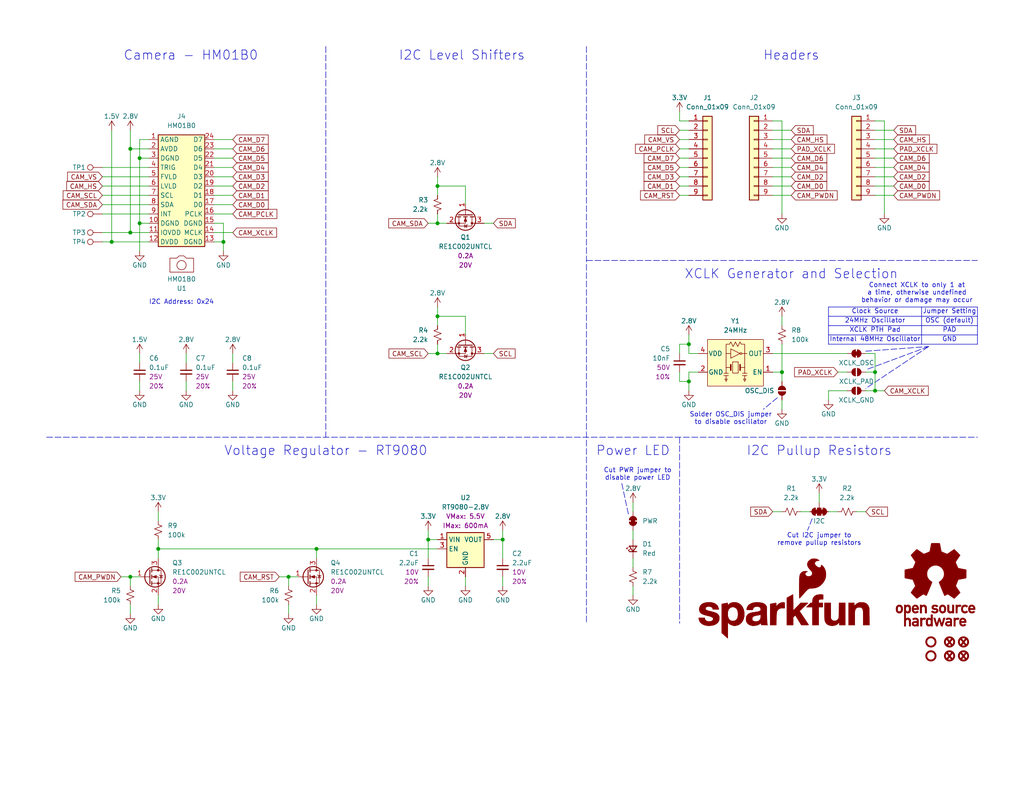
<source format=kicad_sch>
(kicad_sch (version 20231120) (generator "eeschema") (generator_version "8.0")
  (paper "USLetter")
  (title_block (title "SparkFun Camera Board - HM01B0") (date "2025-05-07") (rev "v10") (company "SparkFun Electronics") (comment 1 "Designed by: Dryw Wade"))
  (junction (at 86.36 149.86))
  (junction (at 213.36 101.6))
  (junction (at 35.56 157.48))
  (junction (at 119.38 86.36))
  (junction (at 38.1 60.96))
  (junction (at 43.18 149.86))
  (junction (at 238.76 101.6))
  (junction (at 119.38 50.8))
  (junction (at 187.96 93.98))
  (junction (at 78.74 157.48))
  (junction (at 187.96 104.14))
  (junction (at 38.1 43.18))
  (junction (at 30.48 66.04))
  (junction (at 119.38 96.52))
  (junction (at 119.38 60.96))
  (junction (at 238.76 106.68))
  (junction (at 35.56 40.64))
  (junction (at 60.96 66.04))
  (junction (at 116.84 147.32))
  (junction (at 137.16 147.32))
  (junction (at 35.56 63.5))
  (wire (pts (xy 238.76 53.34) (xy 243.84 53.34)))
  (wire (pts (xy 236.22 139.7) (xy 233.68 139.7)))
  (wire (pts (xy 50.8 106.68) (xy 50.8 104.14)))
  (wire (pts (xy 185.42 104.14) (xy 187.96 104.14)))
  (polyline (pts (xy 221.615 141.605) (xy 220.345 144.78)) (stroke (width 0) (type dash)))
  (wire (pts (xy 43.18 142.24) (xy 43.18 139.7)))
  (wire (pts (xy 127 50.8) (xy 119.38 50.8)))
  (wire (pts (xy 210.82 40.64) (xy 215.9 40.64)))
  (wire (pts (xy 238.76 35.56) (xy 243.84 35.56)))
  (wire (pts (xy 27.94 55.88) (xy 40.64 55.88)))
  (polyline (pts (xy 160.02 71.12) (xy 266.7 71.12)) (stroke (width 0) (type dash)))
  (wire (pts (xy 238.76 40.64) (xy 243.84 40.64)))
  (wire (pts (xy 35.56 63.5) (xy 35.56 40.64)))
  (wire (pts (xy 185.42 48.26) (xy 187.96 48.26)))
  (wire (pts (xy 241.3 33.02) (xy 241.3 58.42)))
  (wire (pts (xy 40.64 45.72) (xy 27.94 45.72)))
  (wire (pts (xy 238.76 101.6) (xy 236.22 101.6)))
  (wire (pts (xy 185.42 53.34) (xy 187.96 53.34)))
  (wire (pts (xy 210.82 53.34) (xy 215.9 53.34)))
  (wire (pts (xy 63.5 50.8) (xy 58.42 50.8)))
  (wire (pts (xy 210.82 96.52) (xy 231.14 96.52)))
  (wire (pts (xy 185.42 38.1) (xy 187.96 38.1)))
  (wire (pts (xy 213.36 86.36) (xy 213.36 88.9)))
  (wire (pts (xy 119.38 93.98) (xy 119.38 96.52)))
  (wire (pts (xy 185.42 93.98) (xy 187.96 93.98)))
  (wire (pts (xy 86.36 165.1) (xy 86.36 162.56)))
  (wire (pts (xy 27.94 48.26) (xy 40.64 48.26)))
  (wire (pts (xy 58.42 66.04) (xy 60.96 66.04)))
  (wire (pts (xy 40.64 38.1) (xy 38.1 38.1)))
  (polyline (pts (xy 171.45 140.335) (xy 169.545 131.445)) (stroke (width 0) (type dash)))
  (wire (pts (xy 119.38 83.82) (xy 119.38 86.36)))
  (wire (pts (xy 210.82 139.7) (xy 213.36 139.7)))
  (wire (pts (xy 38.1 60.96) (xy 40.64 60.96)))
  (wire (pts (xy 172.72 152.4) (xy 172.72 154.94)))
  (wire (pts (xy 172.72 160.02) (xy 172.72 162.56)))
  (wire (pts (xy 137.16 144.78) (xy 137.16 147.32)))
  (wire (pts (xy 40.64 63.5) (xy 35.56 63.5)))
  (wire (pts (xy 63.5 55.88) (xy 58.42 55.88)))
  (wire (pts (xy 35.56 157.48) (xy 35.56 160.02)))
  (wire (pts (xy 119.38 96.52) (xy 121.92 96.52)))
  (wire (pts (xy 116.84 147.32) (xy 116.84 144.78)))
  (wire (pts (xy 185.42 33.02) (xy 185.42 30.48)))
  (wire (pts (xy 50.8 96.52) (xy 50.8 99.06)))
  (wire (pts (xy 134.62 96.52) (xy 132.08 96.52)))
  (wire (pts (xy 40.64 58.42) (xy 27.94 58.42)))
  (wire (pts (xy 210.82 101.6) (xy 213.36 101.6)))
  (wire (pts (xy 231.14 101.6) (xy 228.6 101.6)))
  (polyline (pts (xy 226.06 83.82) (xy 266.7 83.82)))
  (wire (pts (xy 223.52 134.62) (xy 223.52 137.16)))
  (wire (pts (xy 63.5 53.34) (xy 58.42 53.34)))
  (wire (pts (xy 210.82 45.72) (xy 215.9 45.72)))
  (polyline (pts (xy 160.02 12.7) (xy 160.02 170.18)) (stroke (width 0) (type dash)))
  (polyline (pts (xy 253.365 94.615) (xy 236.22 106.045)) (stroke (width 0) (type dash)))
  (wire (pts (xy 63.5 40.64) (xy 58.42 40.64)))
  (wire (pts (xy 35.56 167.64) (xy 35.56 165.1)))
  (wire (pts (xy 38.1 96.52) (xy 38.1 99.06)))
  (wire (pts (xy 190.5 101.6) (xy 187.96 101.6)))
  (wire (pts (xy 116.84 147.32) (xy 116.84 152.4)))
  (wire (pts (xy 238.76 43.18) (xy 243.84 43.18)))
  (wire (pts (xy 27.94 50.8) (xy 40.64 50.8)))
  (wire (pts (xy 78.74 167.64) (xy 78.74 165.1)))
  (wire (pts (xy 38.1 60.96) (xy 38.1 68.58)))
  (wire (pts (xy 210.82 48.26) (xy 215.9 48.26)))
  (wire (pts (xy 43.18 152.4) (xy 43.18 149.86)))
  (wire (pts (xy 27.94 63.5) (xy 35.56 63.5)))
  (wire (pts (xy 134.62 147.32) (xy 137.16 147.32)))
  (wire (pts (xy 35.56 40.64) (xy 35.56 35.56)))
  (wire (pts (xy 238.76 50.8) (xy 243.84 50.8)))
  (wire (pts (xy 238.76 45.72) (xy 243.84 45.72)))
  (wire (pts (xy 78.74 157.48) (xy 78.74 160.02)))
  (wire (pts (xy 187.96 96.52) (xy 187.96 93.98)))
  (polyline (pts (xy 226.06 93.98) (xy 266.7 93.98)))
  (polyline (pts (xy 185.42 119.38) (xy 185.42 170.18)) (stroke (width 0) (type dash)))
  (wire (pts (xy 116.84 157.48) (xy 116.84 160.02)))
  (wire (pts (xy 137.16 147.32) (xy 137.16 152.4)))
  (wire (pts (xy 218.44 139.7) (xy 220.98 139.7)))
  (wire (pts (xy 43.18 165.1) (xy 43.18 162.56)))
  (wire (pts (xy 213.36 93.98) (xy 213.36 101.6)))
  (wire (pts (xy 127 86.36) (xy 119.38 86.36)))
  (wire (pts (xy 210.82 50.8) (xy 215.9 50.8)))
  (wire (pts (xy 63.5 106.68) (xy 63.5 104.14)))
  (polyline (pts (xy 226.06 86.36) (xy 266.7 86.36)))
  (wire (pts (xy 127 55.88) (xy 127 50.8)))
  (wire (pts (xy 185.42 101.6) (xy 185.42 104.14)))
  (wire (pts (xy 172.72 137.16) (xy 172.72 139.7)))
  (wire (pts (xy 190.5 96.52) (xy 187.96 96.52)))
  (wire (pts (xy 210.82 43.18) (xy 215.9 43.18)))
  (wire (pts (xy 185.42 45.72) (xy 187.96 45.72)))
  (wire (pts (xy 187.96 104.14) (xy 187.96 106.68)))
  (wire (pts (xy 238.76 96.52) (xy 238.76 101.6)))
  (wire (pts (xy 119.38 50.8) (xy 119.38 53.34)))
  (wire (pts (xy 63.5 96.52) (xy 63.5 99.06)))
  (wire (pts (xy 33.02 157.48) (xy 35.56 157.48)))
  (wire (pts (xy 58.42 60.96) (xy 60.96 60.96)))
  (wire (pts (xy 58.42 58.42) (xy 63.5 58.42)))
  (wire (pts (xy 210.82 33.02) (xy 213.36 33.02)))
  (wire (pts (xy 185.42 40.64) (xy 187.96 40.64)))
  (wire (pts (xy 119.38 48.26) (xy 119.38 50.8)))
  (wire (pts (xy 38.1 43.18) (xy 40.64 43.18)))
  (wire (pts (xy 60.96 66.04) (xy 60.96 68.58)))
  (wire (pts (xy 43.18 147.32) (xy 43.18 149.86)))
  (wire (pts (xy 238.76 38.1) (xy 243.84 38.1)))
  (wire (pts (xy 185.42 35.56) (xy 187.96 35.56)))
  (wire (pts (xy 38.1 43.18) (xy 38.1 60.96)))
  (polyline (pts (xy 226.06 91.44) (xy 266.7 91.44)))
  (wire (pts (xy 226.06 139.7) (xy 228.6 139.7)))
  (wire (pts (xy 231.14 106.68) (xy 226.06 106.68)))
  (wire (pts (xy 78.74 157.48) (xy 81.28 157.48)))
  (wire (pts (xy 187.96 101.6) (xy 187.96 104.14)))
  (polyline (pts (xy 266.7 93.98) (xy 266.7 83.82)))
  (wire (pts (xy 119.38 60.96) (xy 121.92 60.96)))
  (wire (pts (xy 187.96 93.98) (xy 187.96 91.44)))
  (wire (pts (xy 27.94 66.04) (xy 30.48 66.04)))
  (wire (pts (xy 116.84 60.96) (xy 119.38 60.96)))
  (wire (pts (xy 63.5 63.5) (xy 58.42 63.5)))
  (polyline (pts (xy 88.9 12.7) (xy 88.9 119.38)) (stroke (width 0) (type dash)))
  (wire (pts (xy 30.48 66.04) (xy 30.48 35.56)))
  (wire (pts (xy 238.76 48.26) (xy 243.84 48.26)))
  (wire (pts (xy 238.76 106.68) (xy 238.76 101.6)))
  (wire (pts (xy 236.22 106.68) (xy 238.76 106.68)))
  (wire (pts (xy 185.42 50.8) (xy 187.96 50.8)))
  (wire (pts (xy 119.38 86.36) (xy 119.38 88.9)))
  (wire (pts (xy 127 157.48) (xy 127 160.02)))
  (wire (pts (xy 213.36 101.6) (xy 213.36 104.14)))
  (wire (pts (xy 63.5 38.1) (xy 58.42 38.1)))
  (wire (pts (xy 86.36 149.86) (xy 119.38 149.86)))
  (wire (pts (xy 63.5 48.26) (xy 58.42 48.26)))
  (wire (pts (xy 210.82 38.1) (xy 215.9 38.1)))
  (wire (pts (xy 38.1 106.68) (xy 38.1 104.14)))
  (wire (pts (xy 241.3 106.68) (xy 238.76 106.68)))
  (wire (pts (xy 238.76 33.02) (xy 241.3 33.02)))
  (wire (pts (xy 35.56 157.48) (xy 38.1 157.48)))
  (wire (pts (xy 30.48 66.04) (xy 40.64 66.04)))
  (wire (pts (xy 238.76 96.52) (xy 236.22 96.52)))
  (polyline (pts (xy 236.22 95.885) (xy 253.365 94.615)) (stroke (width 0) (type dash)))
  (wire (pts (xy 137.16 157.48) (xy 137.16 160.02)))
  (wire (pts (xy 213.36 33.02) (xy 213.36 58.42)))
  (wire (pts (xy 76.2 157.48) (xy 78.74 157.48)))
  (wire (pts (xy 43.18 149.86) (xy 86.36 149.86)))
  (polyline (pts (xy 251.46 93.98) (xy 251.46 83.82)))
  (polyline (pts (xy 226.06 83.82) (xy 226.06 93.98)))
  (wire (pts (xy 213.36 109.22) (xy 213.36 111.76)))
  (wire (pts (xy 226.06 106.68) (xy 226.06 109.22)))
  (wire (pts (xy 35.56 40.64) (xy 40.64 40.64)))
  (wire (pts (xy 127 91.44) (xy 127 86.36)))
  (wire (pts (xy 187.96 33.02) (xy 185.42 33.02)))
  (wire (pts (xy 86.36 152.4) (xy 86.36 149.86)))
  (wire (pts (xy 134.62 60.96) (xy 132.08 60.96)))
  (wire (pts (xy 119.38 147.32) (xy 116.84 147.32)))
  (wire (pts (xy 185.42 43.18) (xy 187.96 43.18)))
  (wire (pts (xy 172.72 144.78) (xy 172.72 147.32)))
  (polyline (pts (xy 212.09 108.585) (xy 208.28 111.76)) (stroke (width 0) (type dash)))
  (wire (pts (xy 119.38 58.42) (xy 119.38 60.96)))
  (wire (pts (xy 63.5 43.18) (xy 58.42 43.18)))
  (wire (pts (xy 63.5 45.72) (xy 58.42 45.72)))
  (wire (pts (xy 185.42 96.52) (xy 185.42 93.98)))
  (wire (pts (xy 38.1 38.1) (xy 38.1 43.18)))
  (polyline (pts (xy 253.365 94.615) (xy 236.22 100.965)) (stroke (width 0) (type dash)))
  (polyline (pts (xy 226.06 88.9) (xy 266.7 88.9)))
  (wire (pts (xy 210.82 35.56) (xy 215.9 35.56)))
  (wire (pts (xy 60.96 60.96) (xy 60.96 66.04)))
  (wire (pts (xy 116.84 96.52) (xy 119.38 96.52)))
  (wire (pts (xy 27.94 53.34) (xy 40.64 53.34)))
  (polyline (pts (xy 12.7 119.38) (xy 266.7 119.38)) (stroke (width 0) (type dash)))
  (text "Connect XCLK to only 1 at\na time, otherwise undefined\nbehavior or damage may occur" (at 250.19 80.01 0) (effects (font (size 1.27 1.27))))
  (text "I2C Address: 0x24" (at 49.53 82.55 0) (effects (font (size 1.27 1.27))))
  (text "24MHz Oscillator" (at 238.76 87.63 0) (effects (font (size 1.27 1.27))))
  (text "Solder OSC_DIS jumper\nto disable oscillator" (at 199.39 114.3 0) (effects (font (size 1.27 1.27))))
  (text "Jumper Setting" (at 259.08 85.09 0) (effects (font (size 1.27 1.27))))
  (text "Cut I2C jumper to\nremove pullup resistors" (at 223.52 147.32 0) (effects (font (size 1.27 1.27))))
  (text "Camera - HM01B0" (at 52.07 15.24 0) (effects (font (size 2.54 2.54))))
  (text "Clock Source" (at 238.76 85.09 0) (effects (font (size 1.27 1.27))))
  (text "Headers" (at 215.9 15.24 0) (effects (font (size 2.54 2.54))))
  (text "I2C Pullup Resistors" (at 223.52 123.19 0) (effects (font (size 2.54 2.54))))
  (text "OSC (default)" (at 259.08 87.63 0) (effects (font (size 1.27 1.27))))
  (text "Voltage Regulator - RT9080" (at 88.9 123.19 0) (effects (font (size 2.54 2.54))))
  (text "GND" (at 259.08 92.71 0) (effects (font (size 1.27 1.27))))
  (text "Cut PWR jumper to\ndisable power LED" (at 173.99 129.54 0) (effects (font (size 1.27 1.27))))
  (text "Power LED" (at 172.72 123.19 0) (effects (font (size 2.54 2.54))))
  (text "XCLK Generator and Selection" (at 215.9 74.93 0) (effects (font (size 2.54 2.54))))
  (text "I2C Level Shifters " (at 127 15.24 0) (effects (font (size 2.54 2.54))))
  (text "XCLK PTH Pad" (at 238.76 90.17 0) (effects (font (size 1.27 1.27))))
  (text "Internal 48MHz Oscillator" (at 238.76 92.71 0) (effects (font (size 1.27 1.27))))
  (text "PAD" (at 259.08 90.17 0) (effects (font (size 1.27 1.27))))
  (global_label "CAM_VS" (shape input) (at 27.94 48.26 180) (property "Intersheetrefs" "${INTERSHEET_REFS}" (effects (hide yes))))
  (global_label "CAM_PCLK" (shape input) (at 185.42 40.64 180) (property "Intersheetrefs" "${INTERSHEET_REFS}" (effects (hide yes))))
  (global_label "SDA" (shape input) (at 215.9 35.56 0) (property "Intersheetrefs" "${INTERSHEET_REFS}" (effects (hide yes))))
  (global_label "CAM_D2" (shape input) (at 215.9 48.26 0) (property "Intersheetrefs" "${INTERSHEET_REFS}" (effects (hide yes))))
  (global_label "CAM_XCLK" (shape input) (at 63.5 63.5 0) (property "Intersheetrefs" "${INTERSHEET_REFS}" (effects (hide yes))))
  (global_label "CAM_D2" (shape input) (at 63.5 50.8 0) (property "Intersheetrefs" "${INTERSHEET_REFS}" (effects (hide yes))))
  (global_label "CAM_HS" (shape input) (at 243.84 38.1 0) (property "Intersheetrefs" "${INTERSHEET_REFS}" (effects (hide yes))))
  (global_label "CAM_D4" (shape input) (at 63.5 45.72 0) (property "Intersheetrefs" "${INTERSHEET_REFS}" (effects (hide yes))))
  (global_label "CAM_D5" (shape input) (at 185.42 45.72 180) (property "Intersheetrefs" "${INTERSHEET_REFS}" (effects (hide yes))))
  (global_label "CAM_D1" (shape input) (at 63.5 53.34 0) (property "Intersheetrefs" "${INTERSHEET_REFS}" (effects (hide yes))))
  (global_label "SCL" (shape input) (at 134.62 96.52 0) (property "Intersheetrefs" "${INTERSHEET_REFS}" (effects (hide yes))))
  (global_label "PAD_XCLK" (shape input) (at 243.84 40.64 0) (property "Intersheetrefs" "${INTERSHEET_REFS}" (effects (hide yes))))
  (global_label "CAM_D0" (shape input) (at 215.9 50.8 0) (property "Intersheetrefs" "${INTERSHEET_REFS}" (effects (hide yes))))
  (global_label "CAM_PWDN" (shape input) (at 243.84 53.34 0) (property "Intersheetrefs" "${INTERSHEET_REFS}" (effects (hide yes))))
  (global_label "CAM_D6" (shape input) (at 243.84 43.18 0) (property "Intersheetrefs" "${INTERSHEET_REFS}" (effects (hide yes))))
  (global_label "CAM_D3" (shape input) (at 63.5 48.26 0) (property "Intersheetrefs" "${INTERSHEET_REFS}" (effects (hide yes))))
  (global_label "CAM_D7" (shape input) (at 63.5 38.1 0) (property "Intersheetrefs" "${INTERSHEET_REFS}" (effects (hide yes))))
  (global_label "CAM_D6" (shape input) (at 215.9 43.18 0) (property "Intersheetrefs" "${INTERSHEET_REFS}" (effects (hide yes))))
  (global_label "PAD_XCLK" (shape input) (at 215.9 40.64 0) (property "Intersheetrefs" "${INTERSHEET_REFS}" (effects (hide yes))))
  (global_label "CAM_SDA" (shape input) (at 27.94 55.88 180) (property "Intersheetrefs" "${INTERSHEET_REFS}" (effects (hide yes))))
  (global_label "CAM_HS" (shape input) (at 27.94 50.8 180) (property "Intersheetrefs" "${INTERSHEET_REFS}" (effects (hide yes))))
  (global_label "CAM_D4" (shape input) (at 215.9 45.72 0) (property "Intersheetrefs" "${INTERSHEET_REFS}" (effects (hide yes))))
  (global_label "CAM_PWDN" (shape input) (at 33.02 157.48 180) (property "Intersheetrefs" "${INTERSHEET_REFS}" (effects (hide yes))))
  (global_label "SDA" (shape input) (at 134.62 60.96 0) (property "Intersheetrefs" "${INTERSHEET_REFS}" (effects (hide yes))))
  (global_label "CAM_RST" (shape input) (at 76.2 157.48 180) (property "Intersheetrefs" "${INTERSHEET_REFS}" (effects (hide yes))))
  (global_label "CAM_D4" (shape input) (at 243.84 45.72 0) (property "Intersheetrefs" "${INTERSHEET_REFS}" (effects (hide yes))))
  (global_label "CAM_D5" (shape input) (at 63.5 43.18 0) (property "Intersheetrefs" "${INTERSHEET_REFS}" (effects (hide yes))))
  (global_label "CAM_D0" (shape input) (at 63.5 55.88 0) (property "Intersheetrefs" "${INTERSHEET_REFS}" (effects (hide yes))))
  (global_label "CAM_VS" (shape input) (at 185.42 38.1 180) (property "Intersheetrefs" "${INTERSHEET_REFS}" (effects (hide yes))))
  (global_label "CAM_D6" (shape input) (at 63.5 40.64 0) (property "Intersheetrefs" "${INTERSHEET_REFS}" (effects (hide yes))))
  (global_label "CAM_D3" (shape input) (at 185.42 48.26 180) (property "Intersheetrefs" "${INTERSHEET_REFS}" (effects (hide yes))))
  (global_label "SDA" (shape input) (at 243.84 35.56 0) (property "Intersheetrefs" "${INTERSHEET_REFS}" (effects (hide yes))))
  (global_label "CAM_PCLK" (shape input) (at 63.5 58.42 0) (property "Intersheetrefs" "${INTERSHEET_REFS}" (effects (hide yes))))
  (global_label "SCL" (shape input) (at 236.22 139.7 0) (property "Intersheetrefs" "${INTERSHEET_REFS}" (effects (hide yes))))
  (global_label "CAM_SCL" (shape input) (at 116.84 96.52 180) (property "Intersheetrefs" "${INTERSHEET_REFS}" (effects (hide yes))))
  (global_label "SCL" (shape input) (at 185.42 35.56 180) (property "Intersheetrefs" "${INTERSHEET_REFS}" (effects (hide yes))))
  (global_label "CAM_D1" (shape input) (at 185.42 50.8 180) (property "Intersheetrefs" "${INTERSHEET_REFS}" (effects (hide yes))))
  (global_label "CAM_PWDN" (shape input) (at 215.9 53.34 0) (property "Intersheetrefs" "${INTERSHEET_REFS}" (effects (hide yes))))
  (global_label "SDA" (shape input) (at 210.82 139.7 180) (property "Intersheetrefs" "${INTERSHEET_REFS}" (effects (hide yes))))
  (global_label "CAM_XCLK" (shape input) (at 241.3 106.68 0) (property "Intersheetrefs" "${INTERSHEET_REFS}" (effects (hide yes))))
  (global_label "CAM_D0" (shape input) (at 243.84 50.8 0) (property "Intersheetrefs" "${INTERSHEET_REFS}" (effects (hide yes))))
  (global_label "CAM_D2" (shape input) (at 243.84 48.26 0) (property "Intersheetrefs" "${INTERSHEET_REFS}" (effects (hide yes))))
  (global_label "CAM_SCL" (shape input) (at 27.94 53.34 180) (property "Intersheetrefs" "${INTERSHEET_REFS}" (effects (hide yes))))
  (global_label "PAD_XCLK" (shape input) (at 228.6 101.6 180) (property "Intersheetrefs" "${INTERSHEET_REFS}" (effects (hide yes))))
  (global_label "CAM_D7" (shape input) (at 185.42 43.18 180) (property "Intersheetrefs" "${INTERSHEET_REFS}" (effects (hide yes))))
  (global_label "CAM_SDA" (shape input) (at 116.84 60.96 180) (property "Intersheetrefs" "${INTERSHEET_REFS}" (effects (hide yes))))
  (global_label "CAM_RST" (shape input) (at 185.42 53.34 180) (property "Intersheetrefs" "${INTERSHEET_REFS}" (effects (hide yes))))
  (global_label "CAM_HS" (shape input) (at 215.9 38.1 0) (property "Intersheetrefs" "${INTERSHEET_REFS}" (effects (hide yes))))
  (symbol (lib_id "SparkFun-PowerSymbol:GND") (at 172.72 162.56 0) (unit 1)
    (property "Reference" "#PWR036" (effects (hide yes)))
    (property "Value" "GND" (at 172.72 166.37 0))
    (property "Description" "Power symbol creates a global label with name \"GND\" , ground" (effects (hide yes)))
  )
  (symbol (lib_id "SparkFun-PowerSymbol:3.3V") (at 43.18 139.7 0) (unit 1)
    (property "Reference" "#PWR038" (effects (hide yes)))
    (property "Value" "3.3V" (at 43.18 135.89 0))
    (property "Description" "Power symbol creates a global label with name \"3.3V\"" (effects (hide yes)))
  )
  (symbol (lib_id "SparkFun-PowerSymbol:GND") (at 86.36 165.1 0) (unit 1)
    (property "Reference" "#PWR020" (effects (hide yes)))
    (property "Value" "GND" (at 86.36 168.91 0))
    (property "Description" "Power symbol creates a global label with name \"GND\" , ground" (effects (hide yes)))
  )
  (symbol (lib_id "SparkFun-Capacitor:0.1uF_0603_25V_20%") (at 63.5 101.6 0) (unit 1)
    (property "Reference" "C8" (at 66.04 97.7962 0) (effects (justify left)))
    (property "Value" "0.1uF" (at 66.04 100.3362 0) (effects (justify left)))
    (property "Footprint" "SparkFun-Capacitor:C_0603_1608Metric" (effects (hide yes)))
    (property "Datasheet" "https://cdn.sparkfun.com/assets/8/a/4/a/5/Kemet_Capacitor_Datasheet.pdf" (effects (hide yes)))
    (property "Description" "Unpolarized capacitor" (effects (hide yes)))
    (property "PROD_ID" "CAP-00810" (effects (hide yes)))
    (property "Voltage" "25V" (at 66.04 102.8762 0) (effects (justify left)))
    (property "Tolerance" "20%" (at 66.04 105.4162 0) (effects (justify left)))
  )
  (symbol (lib_id "SparkFun-PowerSymbol:2.8V") (at 50.8 96.52 0) (unit 1)
    (property "Reference" "#PWR033" (effects (hide yes)))
    (property "Value" "2.8V" (at 50.8 92.71 0))
    (property "Description" "Power symbol creates a global label with name \"2.8V\"" (effects (hide yes)))
  )
  (symbol (lib_id "SparkFun-PowerSymbol:GND") (at 213.36 111.76 0) (unit 1)
    (property "Reference" "#PWR027" (effects (hide yes)))
    (property "Value" "GND" (at 213.36 115.57 0))
    (property "Description" "Power symbol creates a global label with name \"GND\" , ground" (effects (hide yes)))
  )
  (symbol (lib_id "SparkFun-Jumper:SolderJumper_2_Open_No_Silk") (at 233.68 101.6 0) (unit 1)
    (property "Reference" "JP2" (effects (hide yes)))
    (property "Value" "XCLK_PAD" (at 233.68 104.14 0))
    (property "Footprint" "SparkFun-Jumper:Jumper_2_NO_NoSilk" (effects (hide yes)))
    (property "Description" "Solder Jumper, 2-pole, open" (effects (hide yes)))
  )
  (symbol (lib_id "SparkFun-Resistor:2.2k_0603") (at 231.14 139.7 0) (unit 1)
    (property "Reference" "R2" (at 231.14 133.35 0))
    (property "Value" "2.2k" (at 231.14 135.89 0))
    (property "Footprint" "SparkFun-Resistor:R_0603_1608Metric" (effects (hide yes)))
    (property "Datasheet" "https://www.vishay.com/docs/20035/dcrcwe3.pdf" (effects (hide yes)))
    (property "Description" "Resistor" (effects (hide yes)))
    (property "PROD_ID" "RES-08272" (effects (hide yes)))
  )
  (symbol (lib_id "SparkFun-PowerSymbol:2.8V") (at 213.36 86.36 0) (unit 1)
    (property "Reference" "#PWR035" (effects (hide yes)))
    (property "Value" "2.8V" (at 213.36 82.55 0))
    (property "Description" "Power symbol creates a global label with name \"2.8V\"" (effects (hide yes)))
  )
  (symbol (lib_id "SparkFun-Connector:TestPoint_1.25mm") (at 27.94 45.72 90) (mirror x) (unit 1)
    (property "Reference" "TP1" (at 21.59 45.72 90))
    (property "Value" "1.25mm" (effects (hide yes)))
    (property "Footprint" "SparkFun-Connector:TestPoint-1.25mm" (effects (hide yes)))
    (property "Description" "Test Point" (effects (hide yes)))
  )
  (symbol (lib_id "SparkFun-Hardware:Standoff") (at 254 175.26 0) (unit 1)
    (property "Reference" "ST1" (effects (hide yes)))
    (property "Value" "Standoff" (effects (hide yes)))
    (property "Footprint" "SparkFun-Hardware:Standoff" (effects (hide yes)))
    (property "Description" "Drill holes for mechanically mounting via screws, standoffs, etc." (effects (hide yes)))
  )
  (symbol (lib_id "SparkFun-Resistor:2.2k_0603") (at 172.72 157.48 90) (unit 1)
    (property "Reference" "R7" (at 175.26 156.2099 90) (effects (justify right)))
    (property "Value" "2.2k" (at 175.26 158.7499 90) (effects (justify right)))
    (property "Footprint" "SparkFun-Resistor:R_0603_1608Metric" (effects (hide yes)))
    (property "Datasheet" "https://www.vishay.com/docs/20035/dcrcwe3.pdf" (effects (hide yes)))
    (property "Description" "Resistor" (effects (hide yes)))
    (property "PROD_ID" "RES-08272" (effects (hide yes)))
  )
  (symbol (lib_id "SparkFun-Aesthetic:SparkFun_Logo") (at 213.36 167.64 0) (unit 1) (on_board no)
    (property "Reference" "G1" (effects (hide yes)))
    (property "Value" "SparkFun_Logo" (effects (hide yes)))
    (property "Footprint" "SparkFun-Aesthetic:SparkFun_Logo_8mm" (effects (hide yes)))
  )
  (symbol (lib_id "HM0360:HM01B0-ANA-00FT870") (at 49.53 72.39 0) (unit 1)
    (property "Reference" "U1" (at 49.5935 78.74 0))
    (property "Value" "HM01B0" (at 49.53 76.2 0))
    (property "Footprint" "lcd-tft:HM01B0-ANA-00FT870" (effects (hide yes)))
    (property "Datasheet" "https://mm.digikey.com/Volume0/opasdata/d220001/medias/docus/5458/HM01B0-ANA-00FT870.pdf" (effects (hide yes)))
    (property "PROD_ID" "SEN-25897" (effects (hide yes)))
  )
  (symbol (lib_id "SparkFun-Capacitor:2.2uF_0603_10V_20%") (at 137.16 154.94 0) (unit 1)
    (property "Reference" "C2" (at 139.7 151.1362 0) (effects (justify left)))
    (property "Value" "2.2uF" (at 139.7 153.6762 0) (effects (justify left)))
    (property "Footprint" "SparkFun-Capacitor:C_0603_1608Metric" (effects (hide yes)))
    (property "Datasheet" "https://cdn.sparkfun.com/assets/8/a/4/a/5/Kemet_Capacitor_Datasheet.pdf" (effects (hide yes)))
    (property "Description" "Unpolarized capacitor" (effects (hide yes)))
    (property "PROD_ID" "CAP-07888" (effects (hide yes)))
    (property "Voltage" "10V" (at 139.7 156.2162 0) (effects (justify left)))
    (property "Tolerance" "20%" (at 139.7 158.7562 0) (effects (justify left)))
  )
  (symbol (lib_id "SparkFun-Connector:Conn_01x09") (at 193.04 43.18 0) (unit 1)
    (property "Reference" "J1" (at 193.04 26.67 0))
    (property "Value" "Conn_01x09" (at 193.04 29.21 0))
    (property "Footprint" "SparkFun-Connector:1x09" (effects (hide yes)))
    (property "Description" "Basic 0.1\" PTH" (effects (hide yes)))
  )
  (symbol (lib_id "SparkFun-Regulator:RT9080-2.8") (at 127 149.86 0) (unit 1)
    (property "Reference" "U2" (at 127 135.89 0))
    (property "Value" "RT9080-2.8V" (at 127 138.43 0))
    (property "Footprint" "SparkFun-Semiconductor-Standard:SOT23-5" (effects (hide yes)))
    (property "Datasheet" "https://www.richtek.com/SaveDownload.aspx?specid=RT9080" (effects (hide yes)))
    (property "Description" "600mA low dropout linear regulator, with enable pin, 3.8V-6V input voltage range, 2.8V fixed positive output, SOT-23-5" (effects (hide yes)))
    (property "PROD_ID" "VREG-25608" (effects (hide yes)))
    (property "VMax" "5.5V" (at 127 140.97 0) (show_name yes))
    (property "IMax" "600mA" (at 127 143.51 0) (show_name yes))
    (property "Iq" "4uA" (effects (hide yes)))
  )
  (symbol (lib_id "SparkFun-Jumper:SolderJumper_3_Bridged123") (at 223.52 139.7 180) (unit 1)
    (property "Reference" "JP1" (effects (hide yes)))
    (property "Value" "I2C" (at 223.52 142.24 0))
    (property "Footprint" "SparkFun-Jumper:Jumper_3_NC-2_Trace" (effects (hide yes)))
    (property "Description" "Solder Jumper, 3-pole, pins 1+2+3 closed/bridged" (effects (hide yes)))
  )
  (symbol (lib_id "SparkFun-DiscreteSemi:Q_NMOS_0.2A_20V") (at 127 58.42 270) (unit 1)
    (property "Reference" "Q1" (at 127 64.77 90))
    (property "Value" "RE1C002UNTCL" (at 127 67.31 90))
    (property "Footprint" "SparkFun-Semiconductor-Standard:SC-89 SOT-490" (effects (hide yes)))
    (property "Datasheet" "https://cdn.sparkfun.com/datasheets/BreakoutBoards/BSS138.pdf" (effects (hide yes)))
    (property "Description" "N-MOSFET transistor, drain/gate/source" (effects (hide yes)))
    (property "PROD_ID" "TRANS-14399" (effects (hide yes)))
    (property "IMax" "0.2A" (at 127 69.85 90))
    (property "VMax" "20V" (at 127 72.39 90))
  )
  (symbol (lib_id "SparkFun-Resistor:100k_0603") (at 78.74 162.56 90) (unit 1)
    (property "Reference" "R6" (at 76.2 161.2899 90) (effects (justify left)))
    (property "Value" "100k" (at 76.2 163.8299 90) (effects (justify left)))
    (property "Footprint" "SparkFun-Resistor:R_0603_1608Metric" (effects (hide yes)))
    (property "Datasheet" "https://www.vishay.com/docs/20035/dcrcwe3.pdf" (effects (hide yes)))
    (property "Description" "Resistor" (effects (hide yes)))
    (property "PROD_ID" "RES-07828" (effects (hide yes)))
  )
  (symbol (lib_id "SparkFun-Connector:TestPoint_1.25mm") (at 27.94 58.42 90) (mirror x) (unit 1)
    (property "Reference" "TP2" (at 21.59 58.42 90))
    (property "Value" "1.25mm" (effects (hide yes)))
    (property "Footprint" "SparkFun-Connector:TestPoint-1.25mm" (effects (hide yes)))
    (property "Description" "Test Point" (effects (hide yes)))
  )
  (symbol (lib_id "SparkFun-PowerSymbol:1.5V") (at 38.1 96.52 0) (unit 1)
    (property "Reference" "#PWR032" (effects (hide yes)))
    (property "Value" "1.5V" (at 38.1 92.71 0))
    (property "Description" "Power symbol creates a global label with name \"1.5V\"" (effects (hide yes)))
  )
  (symbol (lib_id "SparkFun-PowerSymbol:GND") (at 78.74 167.64 0) (unit 1)
    (property "Reference" "#PWR024" (effects (hide yes)))
    (property "Value" "GND" (at 78.74 171.45 0))
    (property "Description" "Power symbol creates a global label with name \"GND\" , ground" (effects (hide yes)))
  )
  (symbol (lib_id "SparkFun-PowerSymbol:GND") (at 116.84 160.02 0) (unit 1)
    (property "Reference" "#PWR018" (effects (hide yes)))
    (property "Value" "GND" (at 116.84 163.83 0))
    (property "Description" "Power symbol creates a global label with name \"GND\" , ground" (effects (hide yes)))
  )
  (symbol (lib_id "SparkFun-PowerSymbol:GND") (at 60.96 68.58 0) (unit 1)
    (property "Reference" "#PWR05" (effects (hide yes)))
    (property "Value" "GND" (at 60.96 72.39 0))
    (property "Description" "Power symbol creates a global label with name \"GND\" , ground" (effects (hide yes)))
  )
  (symbol (lib_id "SparkFun-Resistor:2.2k_0603") (at 119.38 55.88 270) (mirror x) (unit 1)
    (property "Reference" "R3" (at 116.84 54.6099 90) (effects (justify right)))
    (property "Value" "2.2k" (at 116.84 57.1499 90) (effects (justify right)))
    (property "Footprint" "SparkFun-Resistor:R_0603_1608Metric" (effects (hide yes)))
    (property "Datasheet" "https://www.vishay.com/docs/20035/dcrcwe3.pdf" (effects (hide yes)))
    (property "Description" "Resistor" (effects (hide yes)))
    (property "PROD_ID" "RES-08272" (effects (hide yes)))
  )
  (symbol (lib_id "SparkFun-PowerSymbol:GND") (at 137.16 160.02 0) (unit 1)
    (property "Reference" "#PWR016" (effects (hide yes)))
    (property "Value" "GND" (at 137.16 163.83 0))
    (property "Description" "Power symbol creates a global label with name \"GND\" , ground" (effects (hide yes)))
  )
  (symbol (lib_id "SparkFun-PowerSymbol:2.8V") (at 119.38 48.26 0) (unit 1)
    (property "Reference" "#PWR022" (effects (hide yes)))
    (property "Value" "2.8V" (at 119.38 44.45 0))
    (property "Description" "Power symbol creates a global label with name \"2.8V\"" (effects (hide yes)))
  )
  (symbol (lib_id "SparkFun-PowerSymbol:GND") (at 213.36 58.42 0) (unit 1)
    (property "Reference" "#PWR01" (effects (hide yes)))
    (property "Value" "GND" (at 213.36 62.23 0))
    (property "Description" "Power symbol creates a global label with name \"GND\" , ground" (effects (hide yes)))
  )
  (symbol (lib_id "SparkFun-PowerSymbol:GND") (at 226.06 109.22 0) (unit 1)
    (property "Reference" "#PWR028" (effects (hide yes)))
    (property "Value" "GND" (at 226.06 113.03 0))
    (property "Description" "Power symbol creates a global label with name \"GND\" , ground" (effects (hide yes)))
  )
  (symbol (lib_id "SparkFun-Jumper:SolderJumper_2_Bridged_No_Silk") (at 233.68 96.52 0) (unit 1)
    (property "Reference" "JP3" (effects (hide yes)))
    (property "Value" "XCLK_OSC" (at 233.68 99.06 0))
    (property "Footprint" "SparkFun-Jumper:Jumper_2_NC_Trace_NoSilk" (effects (hide yes)))
    (property "Description" "Solder Jumper, 2-pole, closed/bridged" (effects (hide yes)))
  )
  (symbol (lib_id "SparkFun-PowerSymbol:2.8V") (at 172.72 137.16 0) (unit 1)
    (property "Reference" "#PWR037" (effects (hide yes)))
    (property "Value" "2.8V" (at 172.72 133.35 0))
    (property "Description" "Power symbol creates a global label with name \"2.8V\"" (effects (hide yes)))
  )
  (symbol (lib_id "SparkFun-PowerSymbol:GND") (at 38.1 68.58 0) (unit 1)
    (property "Reference" "#PWR04" (effects (hide yes)))
    (property "Value" "GND" (at 38.1 72.39 0))
    (property "Description" "Power symbol creates a global label with name \"GND\" , ground" (effects (hide yes)))
  )
  (symbol (lib_id "SparkFun-Resistor:100k_0603") (at 35.56 162.56 90) (unit 1)
    (property "Reference" "R5" (at 33.02 161.2899 90) (effects (justify left)))
    (property "Value" "100k" (at 33.02 163.8299 90) (effects (justify left)))
    (property "Footprint" "SparkFun-Resistor:R_0603_1608Metric" (effects (hide yes)))
    (property "Datasheet" "https://www.vishay.com/docs/20035/dcrcwe3.pdf" (effects (hide yes)))
    (property "Description" "Resistor" (effects (hide yes)))
    (property "PROD_ID" "RES-07828" (effects (hide yes)))
  )
  (symbol (lib_id "SparkFun-Capacitor:0.1uF_0603_25V_20%") (at 50.8 101.6 0) (unit 1)
    (property "Reference" "C7" (at 53.34 97.7962 0) (effects (justify left)))
    (property "Value" "0.1uF" (at 53.34 100.3362 0) (effects (justify left)))
    (property "Footprint" "SparkFun-Capacitor:C_0603_1608Metric" (effects (hide yes)))
    (property "Datasheet" "https://cdn.sparkfun.com/assets/8/a/4/a/5/Kemet_Capacitor_Datasheet.pdf" (effects (hide yes)))
    (property "Description" "Unpolarized capacitor" (effects (hide yes)))
    (property "PROD_ID" "CAP-00810" (effects (hide yes)))
    (property "Voltage" "25V" (at 53.34 102.8762 0) (effects (justify left)))
    (property "Tolerance" "20%" (at 53.34 105.4162 0) (effects (justify left)))
  )
  (symbol (lib_id "SparkFun-Aesthetic:Fiducial_0.5mm") (at 262.89 179.07 0) (unit 1)
    (property "Reference" "FID4" (effects (hide yes)))
    (property "Value" "Fiducial_0.5mm" (effects (hide yes)))
    (property "Footprint" "SparkFun-Aesthetic:Fiducial_0.5mm_Mask1mm" (effects (hide yes)))
    (property "Description" "Fiducial Marker" (effects (hide yes)))
  )
  (symbol (lib_id "SparkFun-PowerSymbol:GND") (at 63.5 106.68 0) (unit 1)
    (property "Reference" "#PWR031" (effects (hide yes)))
    (property "Value" "GND" (at 63.5 110.49 0))
    (property "Description" "Power symbol creates a global label with name \"GND\" , ground" (effects (hide yes)))
  )
  (symbol (lib_id "SparkFun-Aesthetic:Fiducial_0.5mm") (at 259.08 179.07 0) (unit 1)
    (property "Reference" "FID2" (effects (hide yes)))
    (property "Value" "Fiducial_0.5mm" (effects (hide yes)))
    (property "Footprint" "SparkFun-Aesthetic:Fiducial_0.5mm_Mask1mm" (effects (hide yes)))
    (property "Description" "Fiducial Marker" (effects (hide yes)))
  )
  (symbol (lib_id "SparkFun-PowerSymbol:2.8V") (at 35.56 35.56 0) (unit 1)
    (property "Reference" "#PWR019" (effects (hide yes)))
    (property "Value" "2.8V" (at 35.56 31.75 0))
    (property "Description" "Power symbol creates a global label with name \"2.8V\"" (effects (hide yes)))
  )
  (symbol (lib_id "SparkFun-PowerSymbol:3.3V") (at 185.42 30.48 0) (unit 1)
    (property "Reference" "#PWR03" (effects (hide yes)))
    (property "Value" "3.3V" (at 185.42 26.67 0))
    (property "Description" "Power symbol creates a global label with name \"3.3V\"" (effects (hide yes)))
  )
  (symbol (lib_id "SparkFun-PowerSymbol:1.5V") (at 30.48 35.56 0) (unit 1)
    (property "Reference" "#PWR07" (effects (hide yes)))
    (property "Value" "1.5V" (at 30.48 31.75 0))
    (property "Description" "Power symbol creates a global label with name \"1.5V\"" (effects (hide yes)))
  )
  (symbol (lib_id "SparkFun-PowerSymbol:GND") (at 187.96 106.68 0) (unit 1)
    (property "Reference" "#PWR026" (effects (hide yes)))
    (property "Value" "GND" (at 187.96 110.49 0))
    (property "Description" "Power symbol creates a global label with name \"GND\" , ground" (effects (hide yes)))
  )
  (symbol (lib_id "SparkFun-PowerSymbol:GND") (at 43.18 165.1 0) (unit 1)
    (property "Reference" "#PWR06" (effects (hide yes)))
    (property "Value" "GND" (at 43.18 168.91 0))
    (property "Description" "Power symbol creates a global label with name \"GND\" , ground" (effects (hide yes)))
  )
  (symbol (lib_id "SparkFun-Connector:TestPoint_1.25mm") (at 27.94 66.04 90) (unit 1)
    (property "Reference" "TP4" (at 21.59 66.04 90))
    (property "Value" "1.25mm" (effects (hide yes)))
    (property "Footprint" "SparkFun-Connector:TestPoint-1.25mm" (effects (hide yes)))
    (property "Description" "Test Point" (effects (hide yes)))
  )
  (symbol (lib_id "SparkFun-Jumper:SolderJumper_2_Open_No_Silk") (at 233.68 106.68 0) (unit 1)
    (property "Reference" "JP6" (effects (hide yes)))
    (property "Value" "XCLK_GND" (at 233.68 109.22 0))
    (property "Footprint" "SparkFun-Jumper:Jumper_2_NO_NoSilk" (effects (hide yes)))
    (property "Description" "Solder Jumper, 2-pole, open" (effects (hide yes)))
  )
  (symbol (lib_id "SparkFun-Aesthetic:OSHW_Logo") (at 255.27 163.83 0) (unit 1) (in_bom no)
    (property "Reference" "G3" (effects (hide yes)))
    (property "Value" "OSHW_Logo" (effects (hide yes)))
    (property "Footprint" "SparkFun-Aesthetic:Creative_Commons_License" (effects (hide yes)))
  )
  (symbol (lib_id "SparkFun-Resistor:100k_0603") (at 213.36 91.44 90) (unit 1)
    (property "Reference" "R8" (at 215.9 90.1699 90) (effects (justify right)))
    (property "Value" "100k" (at 215.9 92.7099 90) (effects (justify right)))
    (property "Footprint" "SparkFun-Resistor:R_0603_1608Metric" (effects (hide yes)))
    (property "Datasheet" "https://www.vishay.com/docs/20035/dcrcwe3.pdf" (effects (hide yes)))
    (property "Description" "Resistor" (effects (hide yes)))
    (property "PROD_ID" "RES-07828" (effects (hide yes)))
  )
  (symbol (lib_id "SparkFun-Aesthetic:Fiducial_0.5mm") (at 259.08 175.26 0) (unit 1)
    (property "Reference" "FID1" (effects (hide yes)))
    (property "Value" "Fiducial_0.5mm" (effects (hide yes)))
    (property "Footprint" "SparkFun-Aesthetic:Fiducial_0.5mm_Mask1mm" (effects (hide yes)))
    (property "Description" "Fiducial Marker" (effects (hide yes)))
  )
  (symbol (lib_id "SparkFun-DiscreteSemi:Q_NMOS_0.2A_20V") (at 127 93.98 270) (unit 1)
    (property "Reference" "Q2" (at 127 100.33 90))
    (property "Value" "RE1C002UNTCL" (at 127 102.87 90))
    (property "Footprint" "SparkFun-Semiconductor-Standard:SC-89 SOT-490" (effects (hide yes)))
    (property "Datasheet" "https://cdn.sparkfun.com/datasheets/BreakoutBoards/BSS138.pdf" (effects (hide yes)))
    (property "Description" "N-MOSFET transistor, drain/gate/source" (effects (hide yes)))
    (property "PROD_ID" "TRANS-14399" (effects (hide yes)))
    (property "IMax" "0.2A" (at 127 105.41 90))
    (property "VMax" "20V" (at 127 107.95 90))
  )
  (symbol (lib_id "SparkFun-PowerSymbol:2.8V") (at 119.38 83.82 0) (unit 1)
    (property "Reference" "#PWR023" (effects (hide yes)))
    (property "Value" "2.8V" (at 119.38 80.01 0))
    (property "Description" "Power symbol creates a global label with name \"2.8V\"" (effects (hide yes)))
  )
  (symbol (lib_id "SparkFun-PowerSymbol:2.8V") (at 63.5 96.52 0) (unit 1)
    (property "Reference" "#PWR034" (effects (hide yes)))
    (property "Value" "2.8V" (at 63.5 92.71 0))
    (property "Description" "Power symbol creates a global label with name \"2.8V\"" (effects (hide yes)))
  )
  (symbol (lib_id "SparkFun-Aesthetic:SparkFun_Logo") (at 213.36 167.64 0) (unit 1) (on_board no)
    (property "Reference" "G2" (effects (hide yes)))
    (property "Value" "SparkFun_Logo" (effects (hide yes)))
  )
  (symbol (lib_id "SparkFun-DiscreteSemi:Q_NMOS_0.2A_20V") (at 40.64 157.48 0) (unit 1)
    (property "Reference" "Q3" (at 46.99 153.6699 0) (effects (justify left)))
    (property "Value" "RE1C002UNTCL" (at 46.99 156.2099 0) (effects (justify left)))
    (property "Footprint" "SparkFun-Semiconductor-Standard:SC-89 SOT-490" (effects (hide yes)))
    (property "Datasheet" "https://cdn.sparkfun.com/datasheets/BreakoutBoards/BSS138.pdf" (effects (hide yes)))
    (property "Description" "N-MOSFET transistor, drain/gate/source" (effects (hide yes)))
    (property "PROD_ID" "TRANS-14399" (effects (hide yes)))
    (property "IMax" "0.2A" (at 46.99 158.7499 0) (effects (justify left)))
    (property "VMax" "20V" (at 46.99 161.2899 0) (effects (justify left)))
  )
  (symbol (lib_id "SparkFun-PowerSymbol:GND") (at 50.8 106.68 0) (unit 1)
    (property "Reference" "#PWR030" (effects (hide yes)))
    (property "Value" "GND" (at 50.8 110.49 0))
    (property "Description" "Power symbol creates a global label with name \"GND\" , ground" (effects (hide yes)))
  )
  (symbol (lib_id "SparkFun-PowerSymbol:GND") (at 127 160.02 0) (unit 1)
    (property "Reference" "#PWR017" (effects (hide yes)))
    (property "Value" "GND" (at 127 163.83 0))
    (property "Description" "Power symbol creates a global label with name \"GND\" , ground" (effects (hide yes)))
  )
  (symbol (lib_id "HM0360:Conn_2x15_Camera_HM01B0") (at 49.53 52.07 0) (unit 1)
    (property "Reference" "J4" (at 49.53 31.75 0))
    (property "Value" "HM01B0" (at 49.53 34.29 0))
    (property "Footprint" "lcd-tft:Socket_2x12_0.4mm-pitch_5055502420" (effects (hide yes)))
    (property "Datasheet" "https://www.molex.com/content/dam/molex/molex-dot-com/products/automated/en-us/salesdrawingpdf/505/505550/5055502420_sd.pdf?inline" (effects (hide yes)))
    (property "Description" "Connector to mate with the HM01B0 camera" (effects (hide yes)))
    (property "PROD_ID" "CONN-25896" (effects (hide yes)))
  )
  (symbol (lib_id "SparkFun-PowerSymbol:GND") (at 35.56 167.64 0) (unit 1)
    (property "Reference" "#PWR021" (effects (hide yes)))
    (property "Value" "GND" (at 35.56 171.45 0))
    (property "Description" "Power symbol creates a global label with name \"GND\" , ground" (effects (hide yes)))
  )
  (symbol (lib_id "SparkFun-PowerSymbol:2.8V") (at 137.16 144.78 0) (unit 1)
    (property "Reference" "#PWR010" (effects (hide yes)))
    (property "Value" "2.8V" (at 137.16 140.97 0))
    (property "Description" "Power symbol creates a global label with name \"2.8V\"" (effects (hide yes)))
  )
  (symbol (lib_id "SparkFun-Capacitor:2.2uF_0603_10V_20%") (at 116.84 154.94 0) (unit 1)
    (property "Reference" "C1" (at 114.3 151.1362 0) (effects (justify right)))
    (property "Value" "2.2uF" (at 114.3 153.6762 0) (effects (justify right)))
    (property "Footprint" "SparkFun-Capacitor:C_0603_1608Metric" (effects (hide yes)))
    (property "Datasheet" "https://cdn.sparkfun.com/assets/8/a/4/a/5/Kemet_Capacitor_Datasheet.pdf" (effects (hide yes)))
    (property "Description" "Unpolarized capacitor" (effects (hide yes)))
    (property "PROD_ID" "CAP-07888" (effects (hide yes)))
    (property "Voltage" "10V" (at 114.3 156.2162 0) (effects (justify right)))
    (property "Tolerance" "20%" (at 114.3 158.7562 0) (effects (justify right)))
  )
  (symbol (lib_id "SparkFun-Jumper:SolderJumper_2_Bridged") (at 172.72 142.24 90) (unit 1)
    (property "Reference" "JP7" (effects (hide yes)))
    (property "Value" "PWR" (at 175.26 142.24 90) (effects (justify right)))
    (property "Footprint" "SparkFun-Jumper:Jumper_2_NC_Trace" (effects (hide yes)))
    (property "Description" "Solder Jumper, 2-pole, closed/bridged" (effects (hide yes)))
  )
  (symbol (lib_id "SparkFun-PowerSymbol:2.8V") (at 187.96 91.44 0) (unit 1)
    (property "Reference" "#PWR025" (effects (hide yes)))
    (property "Value" "2.8V" (at 187.96 87.63 0))
    (property "Description" "Power symbol creates a global label with name \"2.8V\"" (effects (hide yes)))
  )
  (symbol (lib_id "SparkFun-PowerSymbol:GND") (at 241.3 58.42 0) (unit 1)
    (property "Reference" "#PWR02" (effects (hide yes)))
    (property "Value" "GND" (at 241.3 62.23 0))
    (property "Description" "Power symbol creates a global label with name \"GND\" , ground" (effects (hide yes)))
  )
  (symbol (lib_id "SparkFun-LED:LED_Red_0603") (at 172.72 149.86 90) (unit 1)
    (property "Reference" "D1" (at 175.26 148.5264 90) (effects (justify right)))
    (property "Value" "Red" (at 175.26 151.0664 90) (effects (justify right)))
    (property "Footprint" "SparkFun-LED:LED_0603_1608Metric_Red" (effects (hide yes)))
    (property "Datasheet" "https://www.kingbrightusa.com/images/catalog/SPEC/APT1608SURCK.pdf" (effects (hide yes)))
    (property "Description" "Light emitting diode" (effects (hide yes)))
    (property "PROD_ID" "DIO-17976" (effects (hide yes)))
  )
  (symbol (lib_id "SparkFun-Clock:Oscillator_24MHz_3.2x2.5mm") (at 200.66 99.06 0) (unit 1)
    (property "Reference" "Y1" (at 200.66 87.63 0))
    (property "Value" "24MHz" (at 200.66 90.17 0))
    (property "Footprint" "SparkFun-Clock:Crystal_SMD_3.2x2.5mm" (effects (hide yes)))
    (property "Datasheet" "https://abracon.com/datasheets/ASEDV.pdf" (effects (hide yes)))
    (property "Description" "Oscillator clock source" (effects (hide yes)))
    (property "PROD_ID" "XTAL-25500" (effects (hide yes)))
  )
  (symbol (lib_id "SparkFun-PowerSymbol:3.3V") (at 116.84 144.78 0) (unit 1)
    (property "Reference" "#PWR08" (effects (hide yes)))
    (property "Value" "3.3V" (at 116.84 140.97 0))
    (property "Description" "Power symbol creates a global label with name \"3.3V\"" (effects (hide yes)))
  )
  (symbol (lib_id "SparkFun-Connector:TestPoint_1.25mm") (at 27.94 63.5 90) (unit 1)
    (property "Reference" "TP3" (at 21.59 63.5 90))
    (property "Value" "1.25mm" (effects (hide yes)))
    (property "Footprint" "SparkFun-Connector:TestPoint-1.25mm" (effects (hide yes)))
    (property "Description" "Test Point" (effects (hide yes)))
  )
  (symbol (lib_id "SparkFun-Aesthetic:Fiducial_0.5mm") (at 262.89 175.26 0) (unit 1)
    (property "Reference" "FID3" (effects (hide yes)))
    (property "Value" "Fiducial_0.5mm" (effects (hide yes)))
    (property "Footprint" "SparkFun-Aesthetic:Fiducial_0.5mm_Mask1mm" (effects (hide yes)))
    (property "Description" "Fiducial Marker" (effects (hide yes)))
  )
  (symbol (lib_id "SparkFun-Resistor:2.2k_0603") (at 119.38 91.44 270) (mirror x) (unit 1)
    (property "Reference" "R4" (at 116.84 90.1699 90) (effects (justify right)))
    (property "Value" "2.2k" (at 116.84 92.7099 90) (effects (justify right)))
    (property "Footprint" "SparkFun-Resistor:R_0603_1608Metric" (effects (hide yes)))
    (property "Datasheet" "https://www.vishay.com/docs/20035/dcrcwe3.pdf" (effects (hide yes)))
    (property "Description" "Resistor" (effects (hide yes)))
    (property "PROD_ID" "RES-08272" (effects (hide yes)))
  )
  (symbol (lib_id "SparkFun-Resistor:2.2k_0603") (at 215.9 139.7 0) (unit 1)
    (property "Reference" "R1" (at 215.9 133.35 0))
    (property "Value" "2.2k" (at 215.9 135.89 0))
    (property "Footprint" "SparkFun-Resistor:R_0603_1608Metric" (effects (hide yes)))
    (property "Datasheet" "https://www.vishay.com/docs/20035/dcrcwe3.pdf" (effects (hide yes)))
    (property "Description" "Resistor" (effects (hide yes)))
    (property "PROD_ID" "RES-08272" (effects (hide yes)))
  )
  (symbol (lib_id "SparkFun-PowerSymbol:GND") (at 38.1 106.68 0) (unit 1)
    (property "Reference" "#PWR029" (effects (hide yes)))
    (property "Value" "GND" (at 38.1 110.49 0))
    (property "Description" "Power symbol creates a global label with name \"GND\" , ground" (effects (hide yes)))
  )
  (symbol (lib_id "SparkFun-PowerSymbol:3.3V") (at 223.52 134.62 0) (unit 1)
    (property "Reference" "#PWR011" (effects (hide yes)))
    (property "Value" "3.3V" (at 223.52 130.81 0))
    (property "Description" "Power symbol creates a global label with name \"3.3V\"" (effects (hide yes)))
  )
  (symbol (lib_id "SparkFun-Hardware:Standoff") (at 254 179.07 0) (unit 1)
    (property "Reference" "ST2" (effects (hide yes)))
    (property "Value" "Standoff" (effects (hide yes)))
    (property "Footprint" "SparkFun-Hardware:Standoff" (effects (hide yes)))
    (property "Description" "Drill holes for mechanically mounting via screws, standoffs, etc." (effects (hide yes)))
  )
  (symbol (lib_id "SparkFun-Connector:Conn_01x09") (at 205.74 43.18 0) (mirror y) (unit 1)
    (property "Reference" "J2" (at 205.74 26.67 0))
    (property "Value" "Conn_01x09" (at 205.74 29.21 0))
    (property "Footprint" "SparkFun-Connector:1x09" (effects (hide yes)))
    (property "Description" "Basic 0.1\" PTH" (effects (hide yes)))
  )
  (symbol (lib_id "SparkFun-Capacitor:0.1uF_0603_25V_20%") (at 38.1 101.6 0) (unit 1)
    (property "Reference" "C6" (at 40.64 97.7962 0) (effects (justify left)))
    (property "Value" "0.1uF" (at 40.64 100.3362 0) (effects (justify left)))
    (property "Footprint" "SparkFun-Capacitor:C_0603_1608Metric" (effects (hide yes)))
    (property "Datasheet" "https://cdn.sparkfun.com/assets/8/a/4/a/5/Kemet_Capacitor_Datasheet.pdf" (effects (hide yes)))
    (property "Description" "Unpolarized capacitor" (effects (hide yes)))
    (property "PROD_ID" "CAP-00810" (effects (hide yes)))
    (property "Voltage" "25V" (at 40.64 102.8762 0) (effects (justify left)))
    (property "Tolerance" "20%" (at 40.64 105.4162 0) (effects (justify left)))
  )
  (symbol (lib_id "SparkFun-Capacitor:10nF_0603_50V_10%") (at 185.42 99.06 0) (unit 1)
    (property "Reference" "C5" (at 182.88 95.2562 0) (effects (justify right)))
    (property "Value" "10nF" (at 182.88 97.7962 0) (effects (justify right)))
    (property "Footprint" "SparkFun-Capacitor:C_0603_1608Metric" (effects (hide yes)))
    (property "Datasheet" "https://cdn.sparkfun.com/assets/8/a/4/a/5/Kemet_Capacitor_Datasheet.pdf" (effects (hide yes)))
    (property "Description" "Unpolarized capacitor" (effects (hide yes)))
    (property "PROD_ID" "CAP-00867" (effects (hide yes)))
    (property "Voltage" "50V" (at 182.88 100.3362 0) (effects (justify right)))
    (property "Tolerance" "10%" (at 182.88 102.8762 0) (effects (justify right)))
  )
  (symbol (lib_id "SparkFun-Resistor:100k_0603") (at 43.18 144.78 270) (unit 1)
    (property "Reference" "R9" (at 45.72 143.5099 90) (effects (justify left)))
    (property "Value" "100k" (at 45.72 146.0499 90) (effects (justify left)))
    (property "Footprint" "SparkFun-Resistor:R_0603_1608Metric" (effects (hide yes)))
    (property "Datasheet" "https://www.vishay.com/docs/20035/dcrcwe3.pdf" (effects (hide yes)))
    (property "Description" "Resistor" (effects (hide yes)))
    (property "PROD_ID" "RES-07828" (effects (hide yes)))
  )
  (symbol (lib_id "SparkFun-Connector:Conn_01x09") (at 233.68 43.18 0) (mirror y) (unit 1)
    (property "Reference" "J3" (at 233.68 26.67 0))
    (property "Value" "Conn_01x09" (at 233.68 29.21 0))
    (property "Footprint" "SparkFun-Connector:1x09" (effects (hide yes)))
    (property "Description" "Basic 0.1\" PTH" (effects (hide yes)))
  )
  (symbol (lib_id "SparkFun-DiscreteSemi:Q_NMOS_0.2A_20V") (at 83.82 157.48 0) (unit 1)
    (property "Reference" "Q4" (at 90.17 153.6699 0) (effects (justify left)))
    (property "Value" "RE1C002UNTCL" (at 90.17 156.2099 0) (effects (justify left)))
    (property "Footprint" "SparkFun-Semiconductor-Standard:SC-89 SOT-490" (effects (hide yes)))
    (property "Datasheet" "https://cdn.sparkfun.com/datasheets/BreakoutBoards/BSS138.pdf" (effects (hide yes)))
    (property "Description" "N-MOSFET transistor, drain/gate/source" (effects (hide yes)))
    (property "PROD_ID" "TRANS-14399" (effects (hide yes)))
    (property "IMax" "0.2A" (at 90.17 158.7499 0) (effects (justify left)))
    (property "VMax" "20V" (at 90.17 161.2899 0) (effects (justify left)))
  )
  (symbol (lib_id "SparkFun-Jumper:SolderJumper_2_Open") (at 213.36 106.68 90) (unit 1)
    (property "Reference" "JP5" (effects (hide yes)))
    (property "Value" "OSC_DIS" (at 203.2 106.68 90) (effects (justify right)))
    (property "Footprint" "SparkFun-Jumper:Jumper_2_NO" (effects (hide yes)))
    (property "Description" "Solder Jumper, 2-pole, open" (effects (hide yes)))
  )
)
</source>
